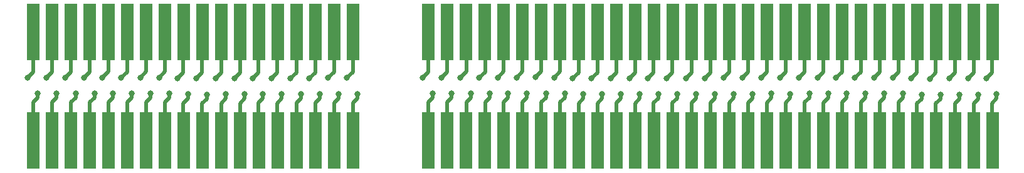
<source format=gbr>
%TF.GenerationSoftware,KiCad,Pcbnew,(5.1.8)-1*%
%TF.CreationDate,2021-01-23T22:08:16+01:00*%
%TF.ProjectId,ISA_INTERCONNECT,4953415f-494e-4544-9552-434f4e4e4543,rev?*%
%TF.SameCoordinates,Original*%
%TF.FileFunction,Copper,L2,Bot*%
%TF.FilePolarity,Positive*%
%FSLAX46Y46*%
G04 Gerber Fmt 4.6, Leading zero omitted, Abs format (unit mm)*
G04 Created by KiCad (PCBNEW (5.1.8)-1) date 2021-01-23 22:08:16*
%MOMM*%
%LPD*%
G01*
G04 APERTURE LIST*
%TA.AperFunction,ConnectorPad*%
%ADD10R,1.780000X7.620000*%
%TD*%
%TA.AperFunction,ViaPad*%
%ADD11C,0.800000*%
%TD*%
%TA.AperFunction,Conductor*%
%ADD12C,0.500000*%
%TD*%
G04 APERTURE END LIST*
D10*
%TO.P,J2,1*%
%TO.N,1*%
X193740000Y-91520000D03*
%TO.P,J2,2*%
%TO.N,2*%
X191200000Y-91520000D03*
%TO.P,J2,3*%
%TO.N,3*%
X188660000Y-91520000D03*
%TO.P,J2,4*%
%TO.N,4*%
X186120000Y-91520000D03*
%TO.P,J2,5*%
%TO.N,5*%
X183580000Y-91520000D03*
%TO.P,J2,6*%
%TO.N,6*%
X181040000Y-91520000D03*
%TO.P,J2,7*%
%TO.N,7*%
X178500000Y-91520000D03*
%TO.P,J2,8*%
%TO.N,8*%
X175960000Y-91520000D03*
%TO.P,J2,9*%
%TO.N,9*%
X173420000Y-91520000D03*
%TO.P,J2,10*%
%TO.N,10*%
X170880000Y-91520000D03*
%TO.P,J2,11*%
%TO.N,11*%
X168340000Y-91520000D03*
%TO.P,J2,12*%
%TO.N,12*%
X165800000Y-91520000D03*
%TO.P,J2,13*%
%TO.N,13*%
X163260000Y-91520000D03*
%TO.P,J2,14*%
%TO.N,14*%
X160720000Y-91520000D03*
%TO.P,J2,15*%
%TO.N,15*%
X158180000Y-91520000D03*
%TO.P,J2,16*%
%TO.N,16*%
X155640000Y-91520000D03*
%TO.P,J2,17*%
%TO.N,17*%
X153100000Y-91520000D03*
%TO.P,J2,18*%
%TO.N,18*%
X150560000Y-91520000D03*
%TO.P,J2,19*%
%TO.N,19*%
X148020000Y-91520000D03*
%TO.P,J2,20*%
%TO.N,20*%
X145480000Y-91520000D03*
%TO.P,J2,21*%
%TO.N,21*%
X142940000Y-91520000D03*
%TO.P,J2,22*%
%TO.N,22*%
X140400000Y-91520000D03*
%TO.P,J2,23*%
%TO.N,23*%
X137860000Y-91520000D03*
%TO.P,J2,24*%
%TO.N,24*%
X135320000Y-91520000D03*
%TO.P,J2,25*%
%TO.N,25*%
X132780000Y-91520000D03*
%TO.P,J2,26*%
%TO.N,26*%
X130240000Y-91520000D03*
%TO.P,J2,27*%
%TO.N,27*%
X127700000Y-91520000D03*
%TO.P,J2,28*%
%TO.N,28*%
X125160000Y-91520000D03*
%TO.P,J2,29*%
%TO.N,29*%
X122620000Y-91520000D03*
%TO.P,J2,30*%
%TO.N,30*%
X120080000Y-91520000D03*
%TO.P,J2,31*%
%TO.N,31*%
X117540000Y-91520000D03*
%TO.P,J2,63*%
%TO.N,63*%
X107380000Y-91520000D03*
%TO.P,J2,64*%
%TO.N,64*%
X104840000Y-91520000D03*
%TO.P,J2,65*%
%TO.N,65*%
X102300000Y-91520000D03*
%TO.P,J2,66*%
%TO.N,66*%
X99760000Y-91520000D03*
%TO.P,J2,67*%
%TO.N,67*%
X97220000Y-91520000D03*
%TO.P,J2,68*%
%TO.N,68*%
X94680000Y-91520000D03*
%TO.P,J2,69*%
%TO.N,69*%
X92140000Y-91520000D03*
%TO.P,J2,70*%
%TO.N,70*%
X89600000Y-91520000D03*
%TO.P,J2,71*%
%TO.N,71*%
X87060000Y-91520000D03*
%TO.P,J2,72*%
%TO.N,72*%
X84520000Y-91520000D03*
%TO.P,J2,73*%
%TO.N,73*%
X81980000Y-91520000D03*
%TO.P,J2,74*%
%TO.N,74*%
X79440000Y-91520000D03*
%TO.P,J2,75*%
%TO.N,75*%
X76900000Y-91520000D03*
%TO.P,J2,76*%
%TO.N,76*%
X74360000Y-91520000D03*
%TO.P,J2,77*%
%TO.N,77*%
X71820000Y-91520000D03*
%TO.P,J2,78*%
%TO.N,78*%
X69280000Y-91520000D03*
%TO.P,J2,79*%
%TO.N,79*%
X66740000Y-91520000D03*
%TO.P,J2,80*%
%TO.N,80*%
X64200000Y-91520000D03*
%TD*%
%TO.P,J1,32*%
%TO.N,32*%
X193740000Y-76830000D03*
%TO.P,J1,33*%
%TO.N,33*%
X191200000Y-76830000D03*
%TO.P,J1,34*%
%TO.N,34*%
X188660000Y-76830000D03*
%TO.P,J1,35*%
%TO.N,35*%
X186120000Y-76830000D03*
%TO.P,J1,36*%
%TO.N,36*%
X183580000Y-76830000D03*
%TO.P,J1,37*%
%TO.N,37*%
X181040000Y-76830000D03*
%TO.P,J1,38*%
%TO.N,38*%
X178500000Y-76830000D03*
%TO.P,J1,39*%
%TO.N,39*%
X175960000Y-76830000D03*
%TO.P,J1,40*%
%TO.N,40*%
X173420000Y-76830000D03*
%TO.P,J1,41*%
%TO.N,41*%
X170880000Y-76830000D03*
%TO.P,J1,42*%
%TO.N,42*%
X168340000Y-76830000D03*
%TO.P,J1,43*%
%TO.N,43*%
X165800000Y-76830000D03*
%TO.P,J1,44*%
%TO.N,44*%
X163260000Y-76830000D03*
%TO.P,J1,45*%
%TO.N,45*%
X160720000Y-76830000D03*
%TO.P,J1,46*%
%TO.N,46*%
X158180000Y-76830000D03*
%TO.P,J1,47*%
%TO.N,47*%
X155640000Y-76830000D03*
%TO.P,J1,48*%
%TO.N,48*%
X153100000Y-76830000D03*
%TO.P,J1,49*%
%TO.N,49*%
X150560000Y-76830000D03*
%TO.P,J1,50*%
%TO.N,50*%
X148020000Y-76830000D03*
%TO.P,J1,51*%
%TO.N,51*%
X145480000Y-76830000D03*
%TO.P,J1,52*%
%TO.N,52*%
X142940000Y-76830000D03*
%TO.P,J1,53*%
%TO.N,53*%
X140400000Y-76830000D03*
%TO.P,J1,54*%
%TO.N,54*%
X137860000Y-76830000D03*
%TO.P,J1,55*%
%TO.N,55*%
X135320000Y-76830000D03*
%TO.P,J1,56*%
%TO.N,56*%
X132780000Y-76830000D03*
%TO.P,J1,57*%
%TO.N,57*%
X130240000Y-76830000D03*
%TO.P,J1,58*%
%TO.N,58*%
X127700000Y-76830000D03*
%TO.P,J1,59*%
%TO.N,59*%
X125160000Y-76830000D03*
%TO.P,J1,60*%
%TO.N,60*%
X122620000Y-76830000D03*
%TO.P,J1,61*%
%TO.N,61*%
X120080000Y-76830000D03*
%TO.P,J1,62*%
%TO.N,62*%
X117540000Y-76830000D03*
%TO.P,J1,81*%
%TO.N,81*%
X107380000Y-76830000D03*
%TO.P,J1,82*%
%TO.N,82*%
X104840000Y-76830000D03*
%TO.P,J1,83*%
%TO.N,83*%
X102300000Y-76830000D03*
%TO.P,J1,84*%
%TO.N,84*%
X99760000Y-76830000D03*
%TO.P,J1,85*%
%TO.N,85*%
X97220000Y-76830000D03*
%TO.P,J1,86*%
%TO.N,86*%
X94680000Y-76830000D03*
%TO.P,J1,87*%
%TO.N,87*%
X92140000Y-76830000D03*
%TO.P,J1,88*%
%TO.N,88*%
X89600000Y-76830000D03*
%TO.P,J1,89*%
%TO.N,89*%
X87060000Y-76830000D03*
%TO.P,J1,90*%
%TO.N,90*%
X84520000Y-76830000D03*
%TO.P,J1,91*%
%TO.N,91*%
X81980000Y-76830000D03*
%TO.P,J1,92*%
%TO.N,92*%
X79440000Y-76830000D03*
%TO.P,J1,93*%
%TO.N,93*%
X76900000Y-76830000D03*
%TO.P,J1,94*%
%TO.N,94*%
X74360000Y-76830000D03*
%TO.P,J1,95*%
%TO.N,95*%
X71820000Y-76830000D03*
%TO.P,J1,96*%
%TO.N,96*%
X69280000Y-76830000D03*
%TO.P,J1,97*%
%TO.N,97*%
X66740000Y-76830000D03*
%TO.P,J1,98*%
%TO.N,98*%
X64200000Y-76830000D03*
%TD*%
D11*
%TO.N,98*%
X63420000Y-83010000D03*
%TO.N,90*%
X83700000Y-83120000D03*
%TO.N,54*%
X137060000Y-83110000D03*
%TO.N,62*%
X116780000Y-83000000D03*
%TO.N,44*%
X162480000Y-83030000D03*
%TO.N,36*%
X182760000Y-83140000D03*
%TO.N,94*%
X73560000Y-82990000D03*
%TO.N,96*%
X68550000Y-83000000D03*
%TO.N,97*%
X65960000Y-83020000D03*
%TO.N,95*%
X71090000Y-83010000D03*
%TO.N,93*%
X76100000Y-83000000D03*
%TO.N,91*%
X81230000Y-82990000D03*
%TO.N,83*%
X101510000Y-83100000D03*
%TO.N,85*%
X96380000Y-83110000D03*
%TO.N,89*%
X86240000Y-83130000D03*
%TO.N,87*%
X91370000Y-83120000D03*
%TO.N,81*%
X106590000Y-83060000D03*
%TO.N,51*%
X144730000Y-83110000D03*
%TO.N,53*%
X139600000Y-83120000D03*
%TO.N,47*%
X154870000Y-83090000D03*
%TO.N,55*%
X134590000Y-82980000D03*
%TO.N,57*%
X129460000Y-82990000D03*
%TO.N,49*%
X149740000Y-83100000D03*
%TO.N,61*%
X119320000Y-83010000D03*
%TO.N,59*%
X124450000Y-83000000D03*
%TO.N,45*%
X159950000Y-83050000D03*
%TO.N,35*%
X185300000Y-83150000D03*
%TO.N,43*%
X165020000Y-83040000D03*
%TO.N,41*%
X170150000Y-83030000D03*
%TO.N,37*%
X180290000Y-83010000D03*
%TO.N,33*%
X190430000Y-83140000D03*
%TO.N,39*%
X175160000Y-83020000D03*
%TO.N,92*%
X78690000Y-82980000D03*
%TO.N,84*%
X98970000Y-83090000D03*
%TO.N,88*%
X88830000Y-83110000D03*
%TO.N,82*%
X104050000Y-83050000D03*
%TO.N,56*%
X132050000Y-82970000D03*
%TO.N,52*%
X142190000Y-83100000D03*
%TO.N,48*%
X152330000Y-83080000D03*
%TO.N,60*%
X121910000Y-82990000D03*
%TO.N,46*%
X157410000Y-83040000D03*
%TO.N,34*%
X187890000Y-83130000D03*
%TO.N,42*%
X167610000Y-83020000D03*
%TO.N,38*%
X177750000Y-83000000D03*
%TO.N,86*%
X93840000Y-83100000D03*
%TO.N,50*%
X147200000Y-83090000D03*
%TO.N,58*%
X126920000Y-82980000D03*
%TO.N,32*%
X192900000Y-83120000D03*
%TO.N,40*%
X172620000Y-83010000D03*
%TO.N,80*%
X64810000Y-85150000D03*
%TO.N,78*%
X69940000Y-85140000D03*
%TO.N,76*%
X74950000Y-85130000D03*
%TO.N,74*%
X80080000Y-85120000D03*
%TO.N,66*%
X100360000Y-85230000D03*
%TO.N,68*%
X95230000Y-85240000D03*
%TO.N,72*%
X85090000Y-85260000D03*
%TO.N,70*%
X90220000Y-85250000D03*
%TO.N,64*%
X105440000Y-85190000D03*
%TO.N,19*%
X148590000Y-85230000D03*
%TO.N,21*%
X143580000Y-85240000D03*
%TO.N,17*%
X153720000Y-85220000D03*
%TO.N,25*%
X133440000Y-85110000D03*
%TO.N,27*%
X128310000Y-85120000D03*
%TO.N,23*%
X138450000Y-85250000D03*
%TO.N,31*%
X118170000Y-85140000D03*
%TO.N,29*%
X123300000Y-85130000D03*
%TO.N,15*%
X158800000Y-85180000D03*
%TO.N,7*%
X179140000Y-85140000D03*
%TO.N,5*%
X184150000Y-85280000D03*
%TO.N,11*%
X169000000Y-85160000D03*
%TO.N,1*%
X194290000Y-85260000D03*
%TO.N,3*%
X189280000Y-85270000D03*
%TO.N,13*%
X163870000Y-85170000D03*
%TO.N,9*%
X174010000Y-85150000D03*
%TO.N,79*%
X67350000Y-85160000D03*
%TO.N,77*%
X72480000Y-85150000D03*
%TO.N,75*%
X77490000Y-85140000D03*
%TO.N,73*%
X82620000Y-85130000D03*
%TO.N,65*%
X102900000Y-85240000D03*
%TO.N,67*%
X97770000Y-85250000D03*
%TO.N,71*%
X87630000Y-85270000D03*
%TO.N,69*%
X92760000Y-85260000D03*
%TO.N,63*%
X107980000Y-85200000D03*
%TO.N,20*%
X146120000Y-85250000D03*
%TO.N,16*%
X156260000Y-85230000D03*
%TO.N,24*%
X135980000Y-85120000D03*
%TO.N,22*%
X140990000Y-85260000D03*
%TO.N,26*%
X130850000Y-85130000D03*
%TO.N,18*%
X151130000Y-85240000D03*
%TO.N,30*%
X120710000Y-85150000D03*
%TO.N,28*%
X125840000Y-85140000D03*
%TO.N,14*%
X161340000Y-85190000D03*
%TO.N,8*%
X176550000Y-85160000D03*
%TO.N,2*%
X191820000Y-85280000D03*
%TO.N,10*%
X171540000Y-85170000D03*
%TO.N,4*%
X186690000Y-85290000D03*
%TO.N,12*%
X166410000Y-85180000D03*
%TO.N,6*%
X181680000Y-85150000D03*
%TD*%
D12*
%TO.N,98*%
X64200000Y-82230000D02*
X63420000Y-83010000D01*
X64200000Y-76830000D02*
X64200000Y-82230000D01*
%TO.N,97*%
X66740000Y-82240000D02*
X65960000Y-83020000D01*
%TO.N,96*%
X69330000Y-82220000D02*
X68550000Y-83000000D01*
%TO.N,94*%
X74340000Y-82210000D02*
X73560000Y-82990000D01*
%TO.N,90*%
X84480000Y-82340000D02*
X83700000Y-83120000D01*
%TO.N,62*%
X117560000Y-82220000D02*
X116780000Y-83000000D01*
%TO.N,54*%
X137840000Y-82330000D02*
X137060000Y-83110000D01*
%TO.N,44*%
X163260000Y-82250000D02*
X162480000Y-83030000D01*
%TO.N,36*%
X183540000Y-82360000D02*
X182760000Y-83140000D01*
%TO.N,95*%
X71870000Y-82230000D02*
X71090000Y-83010000D01*
%TO.N,91*%
X82010000Y-82210000D02*
X81230000Y-82990000D01*
%TO.N,93*%
X76880000Y-82220000D02*
X76100000Y-83000000D01*
%TO.N,87*%
X92150000Y-82340000D02*
X91370000Y-83120000D01*
%TO.N,89*%
X87020000Y-82350000D02*
X86240000Y-83130000D01*
%TO.N,83*%
X102290000Y-82320000D02*
X101510000Y-83100000D01*
%TO.N,85*%
X97160000Y-82330000D02*
X96380000Y-83110000D01*
%TO.N,81*%
X107370000Y-82280000D02*
X106590000Y-83060000D01*
%TO.N,59*%
X125230000Y-82220000D02*
X124450000Y-83000000D01*
%TO.N,61*%
X120100000Y-82230000D02*
X119320000Y-83010000D01*
%TO.N,55*%
X135370000Y-82200000D02*
X134590000Y-82980000D01*
%TO.N,57*%
X130240000Y-82210000D02*
X129460000Y-82990000D01*
%TO.N,53*%
X140380000Y-82340000D02*
X139600000Y-83120000D01*
%TO.N,51*%
X145510000Y-82330000D02*
X144730000Y-83110000D01*
%TO.N,49*%
X150520000Y-82320000D02*
X149740000Y-83100000D01*
%TO.N,47*%
X155650000Y-82310000D02*
X154870000Y-83090000D01*
%TO.N,45*%
X160730000Y-82270000D02*
X159950000Y-83050000D01*
%TO.N,43*%
X165800000Y-82260000D02*
X165020000Y-83040000D01*
%TO.N,37*%
X181070000Y-82230000D02*
X180290000Y-83010000D01*
%TO.N,41*%
X170930000Y-82250000D02*
X170150000Y-83030000D01*
%TO.N,33*%
X191210000Y-82360000D02*
X190430000Y-83140000D01*
%TO.N,35*%
X186080000Y-82370000D02*
X185300000Y-83150000D01*
%TO.N,39*%
X175940000Y-82240000D02*
X175160000Y-83020000D01*
%TO.N,97*%
X66740000Y-82240000D02*
X66740000Y-76830000D01*
%TO.N,96*%
X69330000Y-76880000D02*
X69280000Y-76830000D01*
X69330000Y-82220000D02*
X69330000Y-76880000D01*
%TO.N,92*%
X79470000Y-82200000D02*
X78690000Y-82980000D01*
%TO.N,88*%
X89610000Y-82330000D02*
X88830000Y-83110000D01*
%TO.N,84*%
X99750000Y-82310000D02*
X98970000Y-83090000D01*
%TO.N,82*%
X104830000Y-82270000D02*
X104050000Y-83050000D01*
%TO.N,60*%
X122690000Y-82210000D02*
X121910000Y-82990000D01*
%TO.N,56*%
X132830000Y-82190000D02*
X132050000Y-82970000D01*
%TO.N,48*%
X153110000Y-82300000D02*
X152330000Y-83080000D01*
%TO.N,52*%
X142970000Y-82320000D02*
X142190000Y-83100000D01*
%TO.N,46*%
X158190000Y-82260000D02*
X157410000Y-83040000D01*
%TO.N,42*%
X168390000Y-82240000D02*
X167610000Y-83020000D01*
%TO.N,38*%
X178530000Y-82220000D02*
X177750000Y-83000000D01*
%TO.N,34*%
X188670000Y-82350000D02*
X187890000Y-83130000D01*
%TO.N,95*%
X71870000Y-76880000D02*
X71820000Y-76830000D01*
X71870000Y-82230000D02*
X71870000Y-76880000D01*
%TO.N,94*%
X74340000Y-76850000D02*
X74360000Y-76830000D01*
X74340000Y-82210000D02*
X74340000Y-76850000D01*
%TO.N,86*%
X94620000Y-82320000D02*
X93840000Y-83100000D01*
%TO.N,58*%
X127700000Y-82200000D02*
X126920000Y-82980000D01*
%TO.N,50*%
X147980000Y-82310000D02*
X147200000Y-83090000D01*
%TO.N,40*%
X173400000Y-82230000D02*
X172620000Y-83010000D01*
%TO.N,32*%
X193680000Y-82340000D02*
X192900000Y-83120000D01*
%TO.N,93*%
X76880000Y-76850000D02*
X76900000Y-76830000D01*
X76880000Y-82220000D02*
X76880000Y-76850000D01*
%TO.N,92*%
X79470000Y-76860000D02*
X79440000Y-76830000D01*
X79470000Y-82200000D02*
X79470000Y-76860000D01*
%TO.N,91*%
X82010000Y-76860000D02*
X81980000Y-76830000D01*
X82010000Y-82210000D02*
X82010000Y-76860000D01*
%TO.N,90*%
X84480000Y-76870000D02*
X84520000Y-76830000D01*
X84480000Y-82340000D02*
X84480000Y-76870000D01*
%TO.N,89*%
X87020000Y-76870000D02*
X87060000Y-76830000D01*
X87020000Y-82350000D02*
X87020000Y-76870000D01*
%TO.N,88*%
X89610000Y-76840000D02*
X89600000Y-76830000D01*
X89610000Y-82330000D02*
X89610000Y-76840000D01*
%TO.N,87*%
X92150000Y-76840000D02*
X92140000Y-76830000D01*
X92150000Y-82340000D02*
X92150000Y-76840000D01*
%TO.N,86*%
X94620000Y-76890000D02*
X94680000Y-76830000D01*
X94620000Y-82320000D02*
X94620000Y-76890000D01*
%TO.N,85*%
X97160000Y-76890000D02*
X97220000Y-76830000D01*
X97160000Y-82330000D02*
X97160000Y-76890000D01*
%TO.N,84*%
X99750000Y-76840000D02*
X99760000Y-76830000D01*
X99750000Y-82310000D02*
X99750000Y-76840000D01*
%TO.N,83*%
X102290000Y-76840000D02*
X102300000Y-76830000D01*
X102290000Y-82320000D02*
X102290000Y-76840000D01*
%TO.N,82*%
X104830000Y-76840000D02*
X104840000Y-76830000D01*
X104830000Y-82270000D02*
X104830000Y-76840000D01*
%TO.N,81*%
X107370000Y-76840000D02*
X107380000Y-76830000D01*
X107370000Y-82280000D02*
X107370000Y-76840000D01*
%TO.N,80*%
X64810000Y-85150000D02*
X64810000Y-85740000D01*
X64200000Y-86350000D02*
X64200000Y-91520000D01*
X64810000Y-85740000D02*
X64200000Y-86350000D01*
%TO.N,79*%
X67350000Y-85750000D02*
X66740000Y-86360000D01*
X67350000Y-85160000D02*
X67350000Y-85750000D01*
%TO.N,78*%
X69940000Y-85730000D02*
X69330000Y-86340000D01*
X69940000Y-85140000D02*
X69940000Y-85730000D01*
%TO.N,77*%
X72480000Y-85740000D02*
X71870000Y-86350000D01*
X72480000Y-85150000D02*
X72480000Y-85740000D01*
%TO.N,74*%
X80080000Y-85120000D02*
X80080000Y-85710000D01*
%TO.N,73*%
X82620000Y-85720000D02*
X82010000Y-86330000D01*
X82620000Y-85130000D02*
X82620000Y-85720000D01*
%TO.N,74*%
X80080000Y-85710000D02*
X79470000Y-86320000D01*
%TO.N,76*%
X74950000Y-85720000D02*
X74340000Y-86330000D01*
X74950000Y-85130000D02*
X74950000Y-85720000D01*
%TO.N,75*%
X77490000Y-85730000D02*
X76880000Y-86340000D01*
X77490000Y-85140000D02*
X77490000Y-85730000D01*
%TO.N,70*%
X90220000Y-85250000D02*
X90220000Y-85840000D01*
%TO.N,69*%
X92760000Y-85850000D02*
X92150000Y-86460000D01*
X92760000Y-85260000D02*
X92760000Y-85850000D01*
%TO.N,70*%
X90220000Y-85840000D02*
X89610000Y-86450000D01*
%TO.N,72*%
X85090000Y-85850000D02*
X84480000Y-86460000D01*
X85090000Y-85260000D02*
X85090000Y-85850000D01*
%TO.N,71*%
X87630000Y-85860000D02*
X87020000Y-86470000D01*
X87630000Y-85270000D02*
X87630000Y-85860000D01*
%TO.N,66*%
X100360000Y-85820000D02*
X99750000Y-86430000D01*
%TO.N,68*%
X95230000Y-85240000D02*
X95230000Y-85830000D01*
%TO.N,66*%
X100360000Y-85230000D02*
X100360000Y-85820000D01*
%TO.N,65*%
X102900000Y-85830000D02*
X102290000Y-86440000D01*
X102900000Y-85240000D02*
X102900000Y-85830000D01*
%TO.N,68*%
X95230000Y-85830000D02*
X94620000Y-86440000D01*
%TO.N,67*%
X97770000Y-85840000D02*
X97160000Y-86450000D01*
X97770000Y-85250000D02*
X97770000Y-85840000D01*
%TO.N,64*%
X105440000Y-85780000D02*
X104830000Y-86390000D01*
X105440000Y-85190000D02*
X105440000Y-85780000D01*
%TO.N,63*%
X107980000Y-85200000D02*
X107980000Y-85790000D01*
X107980000Y-85790000D02*
X107370000Y-86400000D01*
%TO.N,29*%
X123300000Y-85130000D02*
X123300000Y-85720000D01*
%TO.N,28*%
X125840000Y-85730000D02*
X125230000Y-86340000D01*
X125840000Y-85140000D02*
X125840000Y-85730000D01*
%TO.N,29*%
X123300000Y-85720000D02*
X122690000Y-86330000D01*
%TO.N,31*%
X118170000Y-85730000D02*
X117560000Y-86340000D01*
X118170000Y-85140000D02*
X118170000Y-85730000D01*
%TO.N,30*%
X120710000Y-85740000D02*
X120100000Y-86350000D01*
X120710000Y-85150000D02*
X120710000Y-85740000D01*
%TO.N,25*%
X133440000Y-85700000D02*
X132830000Y-86310000D01*
%TO.N,27*%
X128310000Y-85120000D02*
X128310000Y-85710000D01*
%TO.N,25*%
X133440000Y-85110000D02*
X133440000Y-85700000D01*
%TO.N,24*%
X135980000Y-85710000D02*
X135370000Y-86320000D01*
X135980000Y-85120000D02*
X135980000Y-85710000D01*
%TO.N,27*%
X128310000Y-85710000D02*
X127700000Y-86320000D01*
%TO.N,26*%
X130850000Y-85720000D02*
X130240000Y-86330000D01*
X130850000Y-85130000D02*
X130850000Y-85720000D01*
%TO.N,20*%
X146120000Y-85840000D02*
X145510000Y-86450000D01*
X146120000Y-85250000D02*
X146120000Y-85840000D01*
%TO.N,23*%
X138450000Y-85840000D02*
X137840000Y-86450000D01*
%TO.N,22*%
X140990000Y-85260000D02*
X140990000Y-85850000D01*
X140990000Y-85850000D02*
X140380000Y-86460000D01*
%TO.N,17*%
X153720000Y-85810000D02*
X153110000Y-86420000D01*
%TO.N,21*%
X143580000Y-85830000D02*
X142970000Y-86440000D01*
%TO.N,23*%
X138450000Y-85250000D02*
X138450000Y-85840000D01*
%TO.N,21*%
X143580000Y-85240000D02*
X143580000Y-85830000D01*
%TO.N,19*%
X148590000Y-85230000D02*
X148590000Y-85820000D01*
%TO.N,18*%
X151130000Y-85830000D02*
X150520000Y-86440000D01*
%TO.N,17*%
X153720000Y-85220000D02*
X153720000Y-85810000D01*
%TO.N,18*%
X151130000Y-85240000D02*
X151130000Y-85830000D01*
%TO.N,16*%
X156260000Y-85230000D02*
X156260000Y-85820000D01*
%TO.N,19*%
X148590000Y-85820000D02*
X147980000Y-86430000D01*
%TO.N,16*%
X156260000Y-85820000D02*
X155650000Y-86430000D01*
%TO.N,15*%
X158800000Y-85180000D02*
X158800000Y-85770000D01*
%TO.N,14*%
X161340000Y-85190000D02*
X161340000Y-85780000D01*
%TO.N,15*%
X158800000Y-85770000D02*
X158190000Y-86380000D01*
%TO.N,14*%
X161340000Y-85780000D02*
X160730000Y-86390000D01*
%TO.N,13*%
X163870000Y-85170000D02*
X163870000Y-85760000D01*
%TO.N,10*%
X171540000Y-85170000D02*
X171540000Y-85760000D01*
%TO.N,11*%
X169000000Y-85160000D02*
X169000000Y-85750000D01*
%TO.N,7*%
X179140000Y-85730000D02*
X178530000Y-86340000D01*
%TO.N,9*%
X174010000Y-85150000D02*
X174010000Y-85740000D01*
%TO.N,6*%
X181680000Y-85150000D02*
X181680000Y-85740000D01*
%TO.N,13*%
X163870000Y-85760000D02*
X163260000Y-86370000D01*
%TO.N,6*%
X181680000Y-85740000D02*
X181070000Y-86350000D01*
%TO.N,12*%
X166410000Y-85770000D02*
X165800000Y-86380000D01*
X166410000Y-85180000D02*
X166410000Y-85770000D01*
%TO.N,10*%
X171540000Y-85760000D02*
X170930000Y-86370000D01*
%TO.N,7*%
X179140000Y-85140000D02*
X179140000Y-85730000D01*
%TO.N,9*%
X174010000Y-85740000D02*
X173400000Y-86350000D01*
%TO.N,11*%
X169000000Y-85750000D02*
X168390000Y-86360000D01*
%TO.N,8*%
X176550000Y-85750000D02*
X175940000Y-86360000D01*
%TO.N,1*%
X194290000Y-85850000D02*
X193680000Y-86460000D01*
%TO.N,5*%
X184150000Y-85870000D02*
X183540000Y-86480000D01*
%TO.N,1*%
X194290000Y-85260000D02*
X194290000Y-85850000D01*
%TO.N,4*%
X186690000Y-85290000D02*
X186690000Y-85880000D01*
%TO.N,5*%
X184150000Y-85280000D02*
X184150000Y-85870000D01*
%TO.N,2*%
X191820000Y-85870000D02*
X191210000Y-86480000D01*
X191210000Y-91510000D02*
X191200000Y-91520000D01*
X191210000Y-86480000D02*
X191210000Y-91510000D01*
X191820000Y-85280000D02*
X191820000Y-85870000D01*
%TO.N,4*%
X186690000Y-85880000D02*
X186080000Y-86490000D01*
%TO.N,3*%
X189280000Y-85270000D02*
X189280000Y-85860000D01*
X189280000Y-85860000D02*
X188670000Y-86470000D01*
%TO.N,8*%
X176550000Y-85160000D02*
X176550000Y-85750000D01*
%TO.N,1*%
X193680000Y-91460000D02*
X193740000Y-91520000D01*
X193680000Y-86460000D02*
X193680000Y-91460000D01*
%TO.N,79*%
X66740000Y-86360000D02*
X66740000Y-91520000D01*
%TO.N,78*%
X69330000Y-91470000D02*
X69280000Y-91520000D01*
X69330000Y-86340000D02*
X69330000Y-91470000D01*
%TO.N,77*%
X71870000Y-91470000D02*
X71820000Y-91520000D01*
X71870000Y-86350000D02*
X71870000Y-91470000D01*
%TO.N,76*%
X74340000Y-91500000D02*
X74360000Y-91520000D01*
X74340000Y-86330000D02*
X74340000Y-91500000D01*
%TO.N,75*%
X76880000Y-91500000D02*
X76900000Y-91520000D01*
X76880000Y-86340000D02*
X76880000Y-91500000D01*
%TO.N,74*%
X79470000Y-91490000D02*
X79440000Y-91520000D01*
X79470000Y-86320000D02*
X79470000Y-91490000D01*
%TO.N,73*%
X82010000Y-91490000D02*
X81980000Y-91520000D01*
X82010000Y-86330000D02*
X82010000Y-91490000D01*
%TO.N,72*%
X84480000Y-91480000D02*
X84520000Y-91520000D01*
X84480000Y-86460000D02*
X84480000Y-91480000D01*
%TO.N,71*%
X87020000Y-91480000D02*
X87060000Y-91520000D01*
X87020000Y-86470000D02*
X87020000Y-91480000D01*
%TO.N,70*%
X89610000Y-91510000D02*
X89600000Y-91520000D01*
X89610000Y-86450000D02*
X89610000Y-91510000D01*
%TO.N,69*%
X92150000Y-91510000D02*
X92140000Y-91520000D01*
X92150000Y-86460000D02*
X92150000Y-91510000D01*
%TO.N,68*%
X94620000Y-91460000D02*
X94680000Y-91520000D01*
X94620000Y-86440000D02*
X94620000Y-91460000D01*
%TO.N,67*%
X97160000Y-91460000D02*
X97220000Y-91520000D01*
X97160000Y-86450000D02*
X97160000Y-91460000D01*
%TO.N,66*%
X99750000Y-91510000D02*
X99760000Y-91520000D01*
X99750000Y-86430000D02*
X99750000Y-91510000D01*
%TO.N,65*%
X102290000Y-91510000D02*
X102300000Y-91520000D01*
X102290000Y-86440000D02*
X102290000Y-91510000D01*
%TO.N,64*%
X104830000Y-91510000D02*
X104840000Y-91520000D01*
X104830000Y-86390000D02*
X104830000Y-91510000D01*
%TO.N,63*%
X107370000Y-91510000D02*
X107380000Y-91520000D01*
X107370000Y-86400000D02*
X107370000Y-91510000D01*
%TO.N,62*%
X117560000Y-76850000D02*
X117540000Y-76830000D01*
X117560000Y-82220000D02*
X117560000Y-76850000D01*
%TO.N,61*%
X120100000Y-76850000D02*
X120080000Y-76830000D01*
X120100000Y-82230000D02*
X120100000Y-76850000D01*
%TO.N,60*%
X122690000Y-76900000D02*
X122620000Y-76830000D01*
X122690000Y-82210000D02*
X122690000Y-76900000D01*
%TO.N,59*%
X125230000Y-76900000D02*
X125160000Y-76830000D01*
X125230000Y-82220000D02*
X125230000Y-76900000D01*
%TO.N,58*%
X127700000Y-82200000D02*
X127700000Y-76830000D01*
%TO.N,57*%
X130240000Y-82210000D02*
X130240000Y-76830000D01*
%TO.N,56*%
X132830000Y-76880000D02*
X132780000Y-76830000D01*
X132830000Y-82190000D02*
X132830000Y-76880000D01*
%TO.N,55*%
X135370000Y-76880000D02*
X135320000Y-76830000D01*
X135370000Y-82200000D02*
X135370000Y-76880000D01*
%TO.N,54*%
X137840000Y-76850000D02*
X137860000Y-76830000D01*
X137840000Y-82330000D02*
X137840000Y-76850000D01*
%TO.N,53*%
X140380000Y-76850000D02*
X140400000Y-76830000D01*
X140380000Y-82340000D02*
X140380000Y-76850000D01*
%TO.N,52*%
X142970000Y-76860000D02*
X142940000Y-76830000D01*
X142970000Y-82320000D02*
X142970000Y-76860000D01*
%TO.N,51*%
X145510000Y-76860000D02*
X145480000Y-76830000D01*
X145510000Y-82330000D02*
X145510000Y-76860000D01*
%TO.N,50*%
X147980000Y-76870000D02*
X148020000Y-76830000D01*
X147980000Y-82310000D02*
X147980000Y-76870000D01*
%TO.N,49*%
X150520000Y-76870000D02*
X150560000Y-76830000D01*
X150520000Y-82320000D02*
X150520000Y-76870000D01*
%TO.N,48*%
X153110000Y-76840000D02*
X153100000Y-76830000D01*
X153110000Y-82300000D02*
X153110000Y-76840000D01*
%TO.N,47*%
X155650000Y-76840000D02*
X155640000Y-76830000D01*
X155650000Y-82310000D02*
X155650000Y-76840000D01*
%TO.N,46*%
X158190000Y-76840000D02*
X158180000Y-76830000D01*
X158190000Y-82260000D02*
X158190000Y-76840000D01*
%TO.N,45*%
X160730000Y-76840000D02*
X160720000Y-76830000D01*
X160730000Y-82270000D02*
X160730000Y-76840000D01*
%TO.N,44*%
X163260000Y-82250000D02*
X163260000Y-76830000D01*
%TO.N,43*%
X165800000Y-82260000D02*
X165800000Y-76830000D01*
%TO.N,42*%
X168390000Y-76880000D02*
X168340000Y-76830000D01*
X168390000Y-82240000D02*
X168390000Y-76880000D01*
%TO.N,41*%
X170930000Y-76880000D02*
X170880000Y-76830000D01*
X170930000Y-82250000D02*
X170930000Y-76880000D01*
%TO.N,40*%
X173400000Y-76850000D02*
X173420000Y-76830000D01*
X173400000Y-82230000D02*
X173400000Y-76850000D01*
%TO.N,39*%
X175940000Y-76850000D02*
X175960000Y-76830000D01*
X175940000Y-82240000D02*
X175940000Y-76850000D01*
%TO.N,38*%
X178530000Y-76860000D02*
X178500000Y-76830000D01*
X178530000Y-82220000D02*
X178530000Y-76860000D01*
%TO.N,37*%
X181070000Y-76860000D02*
X181040000Y-76830000D01*
X181070000Y-82230000D02*
X181070000Y-76860000D01*
%TO.N,36*%
X183540000Y-76870000D02*
X183580000Y-76830000D01*
X183540000Y-82360000D02*
X183540000Y-76870000D01*
%TO.N,35*%
X186080000Y-76870000D02*
X186120000Y-76830000D01*
X186080000Y-82370000D02*
X186080000Y-76870000D01*
%TO.N,34*%
X188670000Y-76840000D02*
X188660000Y-76830000D01*
X188670000Y-82350000D02*
X188670000Y-76840000D01*
%TO.N,33*%
X191210000Y-76840000D02*
X191200000Y-76830000D01*
X191210000Y-82360000D02*
X191210000Y-76840000D01*
%TO.N,32*%
X193680000Y-76890000D02*
X193740000Y-76830000D01*
X193680000Y-82340000D02*
X193680000Y-76890000D01*
%TO.N,31*%
X117560000Y-91500000D02*
X117540000Y-91520000D01*
X117560000Y-86340000D02*
X117560000Y-91500000D01*
%TO.N,30*%
X120100000Y-91500000D02*
X120080000Y-91520000D01*
X120100000Y-86350000D02*
X120100000Y-91500000D01*
%TO.N,29*%
X122690000Y-91450000D02*
X122620000Y-91520000D01*
X122690000Y-86330000D02*
X122690000Y-91450000D01*
%TO.N,28*%
X125230000Y-91450000D02*
X125160000Y-91520000D01*
X125230000Y-86340000D02*
X125230000Y-91450000D01*
%TO.N,27*%
X127700000Y-86320000D02*
X127700000Y-91520000D01*
%TO.N,26*%
X130240000Y-86330000D02*
X130240000Y-91520000D01*
%TO.N,25*%
X132830000Y-91470000D02*
X132780000Y-91520000D01*
X132830000Y-86310000D02*
X132830000Y-91470000D01*
%TO.N,24*%
X135370000Y-91470000D02*
X135320000Y-91520000D01*
X135370000Y-86320000D02*
X135370000Y-91470000D01*
%TO.N,23*%
X137840000Y-91500000D02*
X137860000Y-91520000D01*
X137840000Y-86450000D02*
X137840000Y-91500000D01*
%TO.N,22*%
X140380000Y-91500000D02*
X140400000Y-91520000D01*
X140380000Y-86460000D02*
X140380000Y-91500000D01*
%TO.N,21*%
X142970000Y-91490000D02*
X142940000Y-91520000D01*
X142970000Y-86440000D02*
X142970000Y-91490000D01*
%TO.N,20*%
X145510000Y-91490000D02*
X145480000Y-91520000D01*
X145510000Y-86450000D02*
X145510000Y-91490000D01*
%TO.N,19*%
X147980000Y-91480000D02*
X148020000Y-91520000D01*
X147980000Y-86430000D02*
X147980000Y-91480000D01*
%TO.N,18*%
X150520000Y-91480000D02*
X150560000Y-91520000D01*
X150520000Y-86440000D02*
X150520000Y-91480000D01*
%TO.N,17*%
X153110000Y-91510000D02*
X153100000Y-91520000D01*
X153110000Y-86420000D02*
X153110000Y-91510000D01*
%TO.N,16*%
X155650000Y-91510000D02*
X155640000Y-91520000D01*
X155650000Y-86430000D02*
X155650000Y-91510000D01*
%TO.N,15*%
X158190000Y-91510000D02*
X158180000Y-91520000D01*
X158190000Y-86380000D02*
X158190000Y-91510000D01*
%TO.N,14*%
X160730000Y-91510000D02*
X160720000Y-91520000D01*
X160730000Y-86390000D02*
X160730000Y-91510000D01*
%TO.N,13*%
X163260000Y-86370000D02*
X163260000Y-91520000D01*
%TO.N,12*%
X165800000Y-86380000D02*
X165800000Y-91520000D01*
%TO.N,11*%
X168390000Y-91470000D02*
X168340000Y-91520000D01*
X168390000Y-86360000D02*
X168390000Y-91470000D01*
%TO.N,10*%
X170930000Y-91470000D02*
X170880000Y-91520000D01*
X170930000Y-86370000D02*
X170930000Y-91470000D01*
%TO.N,9*%
X173400000Y-91500000D02*
X173420000Y-91520000D01*
X173400000Y-86350000D02*
X173400000Y-91500000D01*
%TO.N,8*%
X175940000Y-91500000D02*
X175960000Y-91520000D01*
X175940000Y-86360000D02*
X175940000Y-91500000D01*
%TO.N,7*%
X178530000Y-91490000D02*
X178500000Y-91520000D01*
X178530000Y-86340000D02*
X178530000Y-91490000D01*
%TO.N,6*%
X181070000Y-91490000D02*
X181040000Y-91520000D01*
X181070000Y-86350000D02*
X181070000Y-91490000D01*
%TO.N,5*%
X183540000Y-91480000D02*
X183580000Y-91520000D01*
X183540000Y-86480000D02*
X183540000Y-91480000D01*
%TO.N,4*%
X186080000Y-91480000D02*
X186120000Y-91520000D01*
X186080000Y-86490000D02*
X186080000Y-91480000D01*
%TO.N,3*%
X188670000Y-91510000D02*
X188660000Y-91520000D01*
X188670000Y-86470000D02*
X188670000Y-91510000D01*
%TD*%
M02*

</source>
